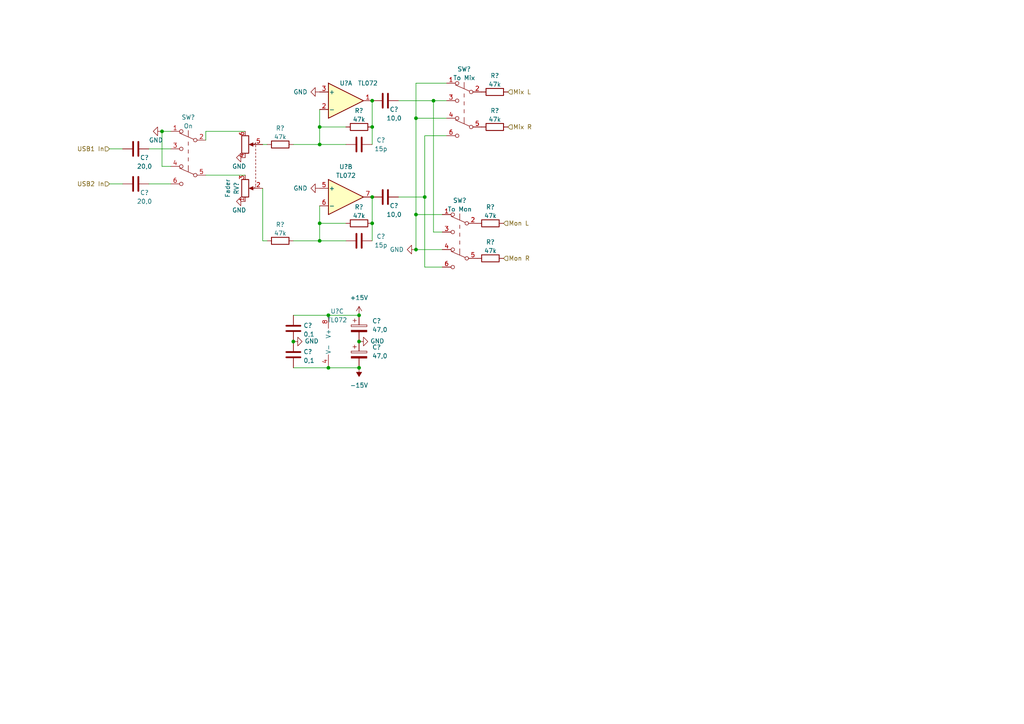
<source format=kicad_sch>
(kicad_sch (version 20211123) (generator eeschema)
  (paper "A4")
  (lib_symbols
    (symbol "Amplifier_Operational:TL072" (pin_names (offset 0.127))
      (property "Reference" "U" (at 0 5.08 0))
      (property "Value" "TL072" (at 0 -5.08 0))
      (symbol "TL072_1_1"
        (polyline (pts (xy -5.08 5.08) (xy 5.08 0) (xy -5.08 -5.08) (xy -5.08 5.08)) (stroke (width 0.254)) (fill (type background)))
        (pin output line (at 7.62 0 180) (length 2.54) (name "~") (number "1"))
        (pin input line (at -7.62 -2.54 0) (length 2.54) (name "-") (number "2"))
        (pin input line (at -7.62 2.54 0) (length 2.54) (name "+") (number "3"))
      )
      (symbol "TL072_2_1"
        (polyline (pts (xy -5.08 5.08) (xy 5.08 0) (xy -5.08 -5.08) (xy -5.08 5.08)) (stroke (width 0.254)) (fill (type background)))
        (pin input line (at -7.62 2.54 0) (length 2.54) (name "+") (number "5"))
        (pin input line (at -7.62 -2.54 0) (length 2.54) (name "-") (number "6"))
        (pin output line (at 7.62 0 180) (length 2.54) (name "~") (number "7"))
      )
      (symbol "TL072_3_1"
        (pin power_in line (at -2.54 -7.62 90) (length 3.81) (name "V-") (number "4"))
        (pin power_in line (at -2.54 7.62 270) (length 3.81) (name "V+") (number "8"))
      )
    )
    (symbol "Device:C" (pin_numbers hide) (pin_names (offset 0.254))
      (property "Reference" "C" (at 0.635 2.54 0))
      (property "Value" "C" (at 0.635 -2.54 0))
      (symbol "C_0_1"
        (polyline (pts (xy -2.032 -0.762) (xy 2.032 -0.762)) (stroke (width 0.508)))
        (polyline (pts (xy -2.032 0.762) (xy 2.032 0.762)) (stroke (width 0.508)))
      )
      (symbol "C_1_1"
        (pin passive line (at 0 3.81 270) (length 2.794) (name "~") (number "1"))
        (pin passive line (at 0 -3.81 90) (length 2.794) (name "~") (number "2"))
      )
    )
    (symbol "Device:C_Polarized" (pin_numbers hide) (pin_names (offset 0.254))
      (property "Reference" "C" (at 0.635 2.54 0))
      (property "Value" "C_Polarized" (at 0.635 -2.54 0))
      (symbol "C_Polarized_0_1"
        (rectangle (start -2.286 0.508) (end 2.286 1.016))
        (polyline (pts (xy -1.778 2.286) (xy -0.762 2.286)))
        (polyline (pts (xy -1.27 2.794) (xy -1.27 1.778)))
        (rectangle (start 2.286 -0.508) (end -2.286 -1.016) (fill (type outline)))
      )
      (symbol "C_Polarized_1_1"
        (pin passive line (at 0 3.81 270) (length 2.794) (name "~") (number "1"))
        (pin passive line (at 0 -3.81 90) (length 2.794) (name "~") (number "2"))
      )
    )
    (symbol "Device:R" (pin_numbers hide) (pin_names (offset 0))
      (property "Reference" "R" (at 2.032 0 90))
      (property "Value" "R" (at 0 0 90))
      (symbol "R_0_1"
        (rectangle (start -1.016 -2.54) (end 1.016 2.54) (stroke (width 0.254)))
      )
      (symbol "R_1_1"
        (pin passive line (at 0 3.81 270) (length 1.27) (name "~") (number "1"))
        (pin passive line (at 0 -3.81 90) (length 1.27) (name "~") (number "2"))
      )
    )
    (symbol "Device:R_Potentiometer_Dual" (pin_names (offset 1.016) hide)
      (property "Reference" "RV" (at 0 3.81 0))
      (property "Value" "R_Potentiometer_Dual" (at 0 1.905 0))
      (symbol "R_Potentiometer_Dual_0_1"
        (rectangle (start -8.89 -1.524) (end -3.81 -3.556) (stroke (width 0.254)))
        (polyline (pts (xy -6.35 0) (xy -6.35 -1.016)))
        (polyline (pts (xy -6.35 0) (xy -6.35 -1.016)))
        (polyline (pts (xy -6.35 0) (xy -5.842 0.508)))
        (polyline (pts (xy -5.588 0.508) (xy -5.08 0.508)))
        (polyline (pts (xy -4.572 0.508) (xy -4.064 0.508)))
        (polyline (pts (xy -3.556 0.508) (xy -3.048 0.508)))
        (polyline (pts (xy -2.54 0.508) (xy -2.032 0.508)))
        (polyline (pts (xy -1.524 0.508) (xy -1.016 0.508)))
        (polyline (pts (xy -0.508 0.508) (xy 0 0.508)))
        (polyline (pts (xy 0.508 0.508) (xy 1.016 0.508)))
        (polyline (pts (xy 1.524 0.508) (xy 2.032 0.508)))
        (polyline (pts (xy 2.54 0.508) (xy 3.048 0.508)))
        (polyline (pts (xy 3.556 0.508) (xy 4.064 0.508)))
        (polyline (pts (xy 4.572 0.508) (xy 5.08 0.508)))
        (polyline (pts (xy 5.588 0.508) (xy 6.096 0.508)))
        (polyline (pts (xy 6.35 0) (xy 6.35 -1.016)))
        (polyline (pts (xy 6.35 0) (xy 6.35 -1.016)))
        (polyline (pts (xy 6.604 0.508) (xy 6.858 0.508) (xy 6.35 0)))
        (polyline (pts (xy -6.35 -1.397) (xy -6.858 -0.254) (xy -5.842 -0.254) (xy -6.35 -1.397)) (fill (type outline)))
        (polyline (pts (xy 6.35 -1.397) (xy 5.842 -0.254) (xy 6.858 -0.254) (xy 6.35 -1.397)) (fill (type outline)))
        (rectangle (start 3.81 -1.524) (end 8.89 -3.556) (stroke (width 0.254)))
      )
      (symbol "R_Potentiometer_Dual_1_1"
        (pin passive line (at -10.16 -2.54 0) (length 1.27) (name "1") (number "1"))
        (pin passive line (at -6.35 2.54 270) (length 2.54) (name "2") (number "2"))
        (pin passive line (at -2.54 -2.54 180) (length 1.27) (name "3") (number "3"))
        (pin passive line (at 2.54 -2.54 0) (length 1.27) (name "4") (number "4"))
        (pin passive line (at 6.35 2.54 270) (length 2.54) (name "5") (number "5"))
        (pin passive line (at 10.16 -2.54 180) (length 1.27) (name "6") (number "6"))
      )
    )
    (symbol "Switch:SW_Push_DPDT" (pin_names (offset 0) hide)
      (property "Reference" "SW" (at 0 8.89 0))
      (property "Value" "SW_Push_DPDT" (at 0 -10.16 0))
      (symbol "SW_Push_DPDT_0_0"
        (circle (center -2.032 -5.08) (radius 0.508))
        (circle (center -2.032 5.08) (radius 0.508))
        (circle (center 2.032 -7.62) (radius 0.508))
        (circle (center 2.032 2.54) (radius 0.508))
      )
      (symbol "SW_Push_DPDT_0_1"
        (polyline (pts (xy -1.524 -4.826) (xy 2.54 -3.048)))
        (polyline (pts (xy -1.524 5.334) (xy 2.54 7.112)))
        (polyline (pts (xy 0 -2.286) (xy 0 -4.064)))
        (polyline (pts (xy 0 -1.016) (xy 0 0)))
        (polyline (pts (xy 0 1.27) (xy 0 2.286)))
        (polyline (pts (xy 0 3.556) (xy 0 4.572)))
        (polyline (pts (xy 0 7.874) (xy 0 6.096)))
        (circle (center 2.032 -2.54) (radius 0.508))
        (circle (center 2.032 7.62) (radius 0.508))
      )
      (symbol "SW_Push_DPDT_1_1"
        (pin passive line (at 5.08 7.62 180) (length 2.54) (name "A") (number "1"))
        (pin passive line (at -5.08 5.08 0) (length 2.54) (name "B") (number "2"))
        (pin passive line (at 5.08 2.54 180) (length 2.54) (name "C") (number "3"))
        (pin passive line (at 5.08 -2.54 180) (length 2.54) (name "A") (number "4"))
        (pin passive line (at -5.08 -5.08 0) (length 2.54) (name "B") (number "5"))
        (pin passive line (at 5.08 -7.62 180) (length 2.54) (name "C") (number "6"))
      )
    )
    (symbol "power:+15V" (power) (pin_names (offset 0))
      (property "Value" "+15V" (at 0 3.556 0))
      (symbol "+15V_0_1"
        (polyline (pts (xy -0.762 1.27) (xy 0 2.54)))
        (polyline (pts (xy 0 0) (xy 0 2.54)))
        (polyline (pts (xy 0 2.54) (xy 0.762 1.27)))
      )
      (symbol "+15V_1_1"
        (pin power_in line (at 0 0 90) (length 0) hide (name "+15V") (number "1"))
      )
    )
    (symbol "power:-15V" (power) (pin_names (offset 0))
      (property "Value" "-15V" (at 0 3.81 0))
      (symbol "-15V_0_0"
        (pin power_in line (at 0 0 90) (length 0) hide (name "-15V") (number "1"))
      )
      (symbol "-15V_0_1"
        (polyline (pts (xy 0 0) (xy 0 1.27) (xy 0.762 1.27) (xy 0 2.54) (xy -0.762 1.27) (xy 0 1.27)) (fill (type outline)))
      )
    )
    (symbol "power:GND" (power) (pin_names (offset 0))
      (property "Value" "GND" (at 0 -3.81 0))
      (symbol "GND_0_1"
        (polyline (pts (xy 0 0) (xy 0 -1.27) (xy 1.27 -1.27) (xy 0 -2.54) (xy -1.27 -1.27) (xy 0 -1.27)))
      )
      (symbol "GND_1_1"
        (pin power_in line (at 0 0 270) (length 0) hide (name "GND") (number "1"))
      )
    )
  )
  (junction (at 46.99 38.1))
  (junction (at 125.73 29.21))
  (junction (at 92.71 69.85))
  (junction (at 92.71 41.91))
  (junction (at 104.14 99.06))
  (junction (at 104.14 106.68))
  (junction (at 95.25 106.68))
  (junction (at 92.71 64.77))
  (junction (at 120.65 72.39))
  (junction (at 123.19 57.15))
  (junction (at 120.65 34.29))
  (junction (at 120.65 62.23))
  (junction (at 107.95 29.21))
  (junction (at 107.95 64.77))
  (junction (at 95.25 91.44))
  (junction (at 104.14 91.44))
  (junction (at 107.95 36.83))
  (junction (at 107.95 57.15))
  (junction (at 92.71 36.83))
  (junction (at 85.09 99.06))
  (wire (pts (xy 92.71 69.85) (xy 100.33 69.85)))
  (wire (pts (xy 85.09 106.68) (xy 95.25 106.68)))
  (wire (pts (xy 85.09 41.91) (xy 92.71 41.91)))
  (wire (pts (xy 125.73 29.21) (xy 129.54 29.21)))
  (wire (pts (xy 120.65 24.13) (xy 120.65 34.29)))
  (wire (pts (xy 123.19 77.47) (xy 123.19 57.15)))
  (wire (pts (xy 120.65 62.23) (xy 120.65 72.39)))
  (wire (pts (xy 95.25 91.44) (xy 104.14 91.44)))
  (wire (pts (xy 115.57 29.21) (xy 125.73 29.21)))
  (wire (pts (xy 85.09 69.85) (xy 92.71 69.85)))
  (wire (pts (xy 92.71 36.83) (xy 92.71 31.75)))
  (wire (pts (xy 129.54 24.13) (xy 120.65 24.13)))
  (wire (pts (xy 85.09 91.44) (xy 95.25 91.44)))
  (wire (pts (xy 43.18 43.18) (xy 49.53 43.18)))
  (wire (pts (xy 76.2 69.85) (xy 77.47 69.85)))
  (wire (pts (xy 59.69 38.1) (xy 59.69 40.64)))
  (wire (pts (xy 125.73 67.31) (xy 125.73 29.21)))
  (wire (pts (xy 100.33 64.77) (xy 92.71 64.77)))
  (wire (pts (xy 123.19 57.15) (xy 115.57 57.15)))
  (wire (pts (xy 120.65 72.39) (xy 128.27 72.39)))
  (wire (pts (xy 128.27 77.47) (xy 123.19 77.47)))
  (wire (pts (xy 129.54 34.29) (xy 120.65 34.29)))
  (wire (pts (xy 123.19 39.37) (xy 129.54 39.37)))
  (wire (pts (xy 107.95 57.15) (xy 107.95 64.77)))
  (wire (pts (xy 107.95 64.77) (xy 107.95 69.85)))
  (wire (pts (xy 71.12 38.1) (xy 59.69 38.1)))
  (wire (pts (xy 128.27 67.31) (xy 125.73 67.31)))
  (wire (pts (xy 31.75 53.34) (xy 35.56 53.34)))
  (wire (pts (xy 92.71 64.77) (xy 92.71 59.69)))
  (wire (pts (xy 128.27 62.23) (xy 120.65 62.23)))
  (wire (pts (xy 107.95 36.83) (xy 107.95 41.91)))
  (wire (pts (xy 49.53 48.26) (xy 46.99 48.26)))
  (wire (pts (xy 76.2 54.61) (xy 76.2 69.85)))
  (wire (pts (xy 120.65 34.29) (xy 120.65 62.23)))
  (wire (pts (xy 107.95 29.21) (xy 107.95 36.83)))
  (wire (pts (xy 92.71 69.85) (xy 92.71 64.77)))
  (wire (pts (xy 95.25 106.68) (xy 104.14 106.68)))
  (wire (pts (xy 100.33 36.83) (xy 92.71 36.83)))
  (wire (pts (xy 123.19 39.37) (xy 123.19 57.15)))
  (wire (pts (xy 35.56 43.18) (xy 31.75 43.18)))
  (wire (pts (xy 46.99 48.26) (xy 46.99 38.1)))
  (wire (pts (xy 76.2 41.91) (xy 77.47 41.91)))
  (wire (pts (xy 71.12 50.8) (xy 59.69 50.8)))
  (wire (pts (xy 92.71 41.91) (xy 92.71 36.83)))
  (wire (pts (xy 46.99 38.1) (xy 49.53 38.1)))
  (wire (pts (xy 92.71 41.91) (xy 100.33 41.91)))
  (wire (pts (xy 43.18 53.34) (xy 49.53 53.34)))
  (hierarchical_label "Mix R" (shape input) (at 147.32 36.83 0))
  (hierarchical_label "USB1 In" (shape input) (at 31.75 43.18 180))
  (hierarchical_label "Mon L" (shape input) (at 146.05 64.77 0))
  (hierarchical_label "Mix L" (shape input) (at 147.32 26.67 0))
  (hierarchical_label "USB2 In" (shape input) (at 31.75 53.34 180))
  (hierarchical_label "Mon R" (shape input) (at 146.05 74.93 0))
  (symbol (lib_id "Device:C") (at 85.09 95.25 180) (unit 1)
    (property "Reference" "C?" (at 88.011 94.4153 0) (effects (justify right)))
    (property "Value" "0,1" (at 88.011 96.9522 0) (effects (justify right)))
    (property "Footprint" "Capacitor_SMD:C_1206_3216Metric_Pad1.33x1.80mm_HandSolder" (effects hide))
  )
  (symbol (lib_id "Device:R") (at 81.28 69.85 90) (unit 1)
    (property "Reference" "R?" (at 81.28 65.1342 90))
    (property "Value" "47k" (at 81.28 67.6711 90))
    (property "Footprint" "Resistor_SMD:R_1206_3216Metric_Pad1.30x1.75mm_HandSolder" (effects hide))
  )
  (symbol (lib_id "Device:C") (at 39.37 53.34 90) (unit 1)
    (property "Reference" "C?" (at 41.91 55.88 90))
    (property "Value" "20,0" (at 41.91 58.42 90))
    (property "Footprint" "Capacitor_SMD:C_1206_3216Metric_Pad1.33x1.80mm_HandSolder" (effects hide))
  )
  (symbol (lib_id "Device:C_Polarized") (at 104.14 102.87 0) (unit 1)
    (property "Reference" "C?" (at 107.95 100.7109 0) (effects (justify left)))
    (property "Value" "47,0" (at 107.95 103.2509 0) (effects (justify left)))
    (property "Footprint" "Capacitor_THT:CP_Radial_D6.3mm_P2.50mm" (effects hide))
  )
  (symbol (lib_id "Device:C") (at 104.14 69.85 90) (unit 1)
    (property "Reference" "C?" (at 110.49 68.58 90))
    (property "Value" "15p" (at 110.49 71.12 90))
    (property "Footprint" "Capacitor_THT:C_Disc_D5.0mm_W2.5mm_P2.50mm" (effects hide))
  )
  (symbol (lib_id "power:GND") (at 92.71 26.67 270) (unit 1)
    (property "Reference" "#PWR?" (effects hide))
    (property "Value" "GND" (at 85.09 26.67 90) (effects (justify left)))
  )
  (symbol (lib_id "Switch:SW_Push_DPDT") (at 133.35 69.85 0) (mirror y) (unit 1)
    (property "Reference" "SW?" (at 133.35 58.1492 0))
    (property "Value" "To Mon" (at 133.35 60.6861 0))
  )
  (symbol (lib_id "Device:C_Polarized") (at 104.14 95.25 0) (unit 1)
    (property "Reference" "C?" (at 107.95 93.0909 0) (effects (justify left)))
    (property "Value" "47,0" (at 107.95 95.6309 0) (effects (justify left)))
    (property "Footprint" "Capacitor_THT:CP_Radial_D6.3mm_P2.50mm" (effects hide))
  )
  (symbol (lib_id "Switch:SW_Push_DPDT") (at 54.61 45.72 0) (mirror y) (unit 1)
    (property "Reference" "SW?" (at 54.61 34.0192 0))
    (property "Value" "On" (at 54.61 36.5561 0))
  )
  (symbol (lib_id "Device:R") (at 143.51 36.83 90) (unit 1)
    (property "Reference" "R?" (at 143.51 32.1142 90))
    (property "Value" "47k" (at 143.51 34.6511 90))
    (property "Footprint" "Resistor_SMD:R_1206_3216Metric_Pad1.30x1.75mm_HandSolder" (effects hide))
  )
  (symbol (lib_id "power:GND") (at 85.09 99.06 90) (unit 1)
    (property "Reference" "#PWR?" (effects hide))
    (property "Value" "GND" (at 88.3412 98.933 90) (effects (justify right)))
  )
  (symbol (lib_id "power:-15V") (at 104.14 106.68 180) (unit 1)
    (property "Reference" "#PWR?" (effects hide))
    (property "Value" "-15V" (at 104.14 111.76 0))
  )
  (symbol (lib_id "Amplifier_Operational:TL072") (at 100.33 29.21 0) (unit 1)
    (property "Reference" "U?" (at 100.33 24.13 0))
    (property "Value" "TL072" (at 106.68 24.13 0))
    (property "Footprint" "Package_DIP:DIP-8_W7.62mm_LongPads" (effects hide))
    (property "Datasheet" "http://www.ti.com/lit/ds/symlink/tl071.pdf" (effects hide))
  )
  (symbol (lib_id "Device:R") (at 142.24 64.77 90) (unit 1)
    (property "Reference" "R?" (at 142.24 60.0542 90))
    (property "Value" "47k" (at 142.24 62.5911 90))
    (property "Footprint" "Resistor_SMD:R_1206_3216Metric_Pad1.30x1.75mm_HandSolder" (effects hide))
  )
  (symbol (lib_id "Amplifier_Operational:TL072") (at 97.79 99.06 0) (unit 3)
    (property "Reference" "U?" (at 97.79 90.2802 0))
    (property "Value" "TL072" (at 97.79 92.8171 0))
    (property "Footprint" "Package_DIP:DIP-8_W7.62mm_LongPads" (effects hide))
    (property "Datasheet" "http://www.ti.com/lit/ds/symlink/tl071.pdf" (effects hide))
  )
  (symbol (lib_id "Device:R") (at 104.14 64.77 90) (unit 1)
    (property "Reference" "R?" (at 104.14 60.0542 90))
    (property "Value" "47k" (at 104.14 62.5911 90))
    (property "Footprint" "Resistor_SMD:R_1206_3216Metric_Pad1.30x1.75mm_HandSolder" (effects hide))
  )
  (symbol (lib_id "power:GND") (at 92.71 54.61 270) (unit 1)
    (property "Reference" "#PWR?" (effects hide))
    (property "Value" "GND" (at 85.09 54.61 90) (effects (justify left)))
  )
  (symbol (lib_id "power:GND") (at 120.65 72.39 270) (unit 1)
    (property "Reference" "#PWR?" (effects hide))
    (property "Value" "GND" (at 113.03 72.39 90) (effects (justify left)))
  )
  (symbol (lib_id "Device:R") (at 142.24 74.93 90) (unit 1)
    (property "Reference" "R?" (at 142.24 70.2142 90))
    (property "Value" "47k" (at 142.24 72.7511 90))
    (property "Footprint" "Resistor_SMD:R_1206_3216Metric_Pad1.30x1.75mm_HandSolder" (effects hide))
  )
  (symbol (lib_id "Device:C") (at 111.76 29.21 90) (unit 1)
    (property "Reference" "C?" (at 114.3 31.75 90))
    (property "Value" "10,0" (at 114.3 34.29 90))
    (property "Footprint" "Capacitor_SMD:C_1206_3216Metric_Pad1.33x1.80mm_HandSolder" (effects hide))
  )
  (symbol (lib_id "Switch:SW_Push_DPDT") (at 134.62 31.75 0) (mirror y) (unit 1)
    (property "Reference" "SW?" (at 134.62 20.0492 0))
    (property "Value" "To Mix" (at 134.62 22.5861 0))
  )
  (symbol (lib_id "Device:R") (at 104.14 36.83 90) (unit 1)
    (property "Reference" "R?" (at 104.14 32.1142 90))
    (property "Value" "47k" (at 104.14 34.6511 90))
    (property "Footprint" "Resistor_SMD:R_1206_3216Metric_Pad1.30x1.75mm_HandSolder" (effects hide))
  )
  (symbol (lib_id "Device:C") (at 85.09 102.87 180) (unit 1)
    (property "Reference" "C?" (at 88.011 102.0353 0) (effects (justify right)))
    (property "Value" "0,1" (at 88.011 104.5722 0) (effects (justify right)))
    (property "Footprint" "Capacitor_SMD:C_1206_3216Metric_Pad1.33x1.80mm_HandSolder" (effects hide))
  )
  (symbol (lib_id "Amplifier_Operational:TL072") (at 100.33 57.15 0) (unit 2)
    (property "Reference" "U?" (at 100.33 48.3702 0))
    (property "Value" "TL072" (at 100.33 50.9071 0))
    (property "Footprint" "Package_DIP:DIP-8_W7.62mm_LongPads" (effects hide))
    (property "Datasheet" "http://www.ti.com/lit/ds/symlink/tl071.pdf" (effects hide))
  )
  (symbol (lib_id "Device:R") (at 143.51 26.67 90) (unit 1)
    (property "Reference" "R?" (at 143.51 21.9542 90))
    (property "Value" "47k" (at 143.51 24.4911 90))
    (property "Footprint" "Resistor_SMD:R_1206_3216Metric_Pad1.30x1.75mm_HandSolder" (effects hide))
  )
  (symbol (lib_id "power:GND") (at 46.99 38.1 270) (unit 1)
    (property "Reference" "#PWR?" (effects hide))
    (property "Value" "GND" (at 43.18 40.64 90) (effects (justify left)))
  )
  (symbol (lib_id "Device:C") (at 111.76 57.15 90) (unit 1)
    (property "Reference" "C?" (at 114.3 59.69 90))
    (property "Value" "10,0" (at 114.3 62.23 90))
    (property "Footprint" "Capacitor_SMD:C_1206_3216Metric_Pad1.33x1.80mm_HandSolder" (effects hide))
  )
  (symbol (lib_id "power:+15V") (at 104.14 91.44 0) (unit 1)
    (property "Reference" "#PWR?" (effects hide))
    (property "Value" "+15V" (at 104.14 86.36 0))
  )
  (symbol (lib_id "power:GND") (at 104.14 99.06 90) (unit 1)
    (property "Reference" "#PWR?" (effects hide))
    (property "Value" "GND" (at 107.3912 98.933 90) (effects (justify right)))
  )
  (symbol (lib_id "power:GND") (at 71.12 45.72 270) (unit 1)
    (property "Reference" "#PWR?" (effects hide))
    (property "Value" "GND" (at 67.31 48.26 90) (effects (justify left)))
  )
  (symbol (lib_id "Device:C") (at 39.37 43.18 90) (unit 1)
    (property "Reference" "C?" (at 41.91 45.72 90))
    (property "Value" "20,0" (at 41.91 48.26 90))
    (property "Footprint" "Capacitor_SMD:C_1206_3216Metric_Pad1.33x1.80mm_HandSolder" (effects hide))
  )
  (symbol (lib_id "Device:R") (at 81.28 41.91 90) (unit 1)
    (property "Reference" "R?" (at 81.28 37.1942 90))
    (property "Value" "47k" (at 81.28 39.7311 90))
    (property "Footprint" "Resistor_SMD:R_1206_3216Metric_Pad1.30x1.75mm_HandSolder" (effects hide))
  )
  (symbol (lib_id "power:GND") (at 71.12 58.42 270) (unit 1)
    (property "Reference" "#PWR?" (effects hide))
    (property "Value" "GND" (at 67.31 60.96 90) (effects (justify left)))
  )
  (symbol (lib_id "Device:C") (at 104.14 41.91 90) (unit 1)
    (property "Reference" "C?" (at 110.49 40.64 90))
    (property "Value" "15p" (at 110.49 43.18 90))
    (property "Footprint" "Capacitor_THT:C_Disc_D5.0mm_W2.5mm_P2.50mm" (effects hide))
  )
  (symbol (lib_id "Device:R_Potentiometer_Dual") (at 73.66 48.26 270) (mirror x) (unit 1)
    (property "Reference" "RV?" (at 68.58 54.61 0))
    (property "Value" "Fader" (at 66.04 54.61 0))
  )
)
</source>
